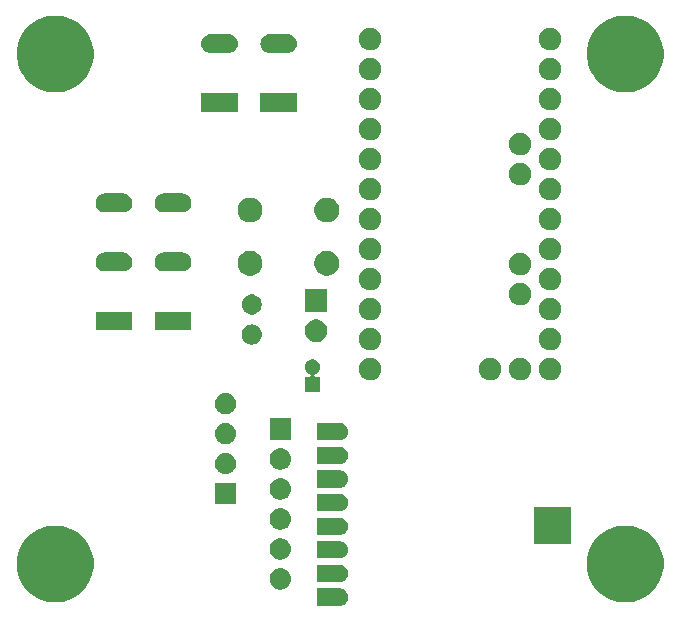
<source format=gbr>
G04 #@! TF.GenerationSoftware,KiCad,Pcbnew,(5.0.2)-1*
G04 #@! TF.CreationDate,2020-02-25T13:04:59+01:00*
G04 #@! TF.ProjectId,HB-UNI-Sen-Lev-Vo,48422d55-4e49-42d5-9365-6e2d4c65762d,V1.0.3*
G04 #@! TF.SameCoordinates,Original*
G04 #@! TF.FileFunction,Soldermask,Top*
G04 #@! TF.FilePolarity,Negative*
%FSLAX46Y46*%
G04 Gerber Fmt 4.6, Leading zero omitted, Abs format (unit mm)*
G04 Created by KiCad (PCBNEW (5.0.2)-1) date 25.02.2020 13:04:59*
%MOMM*%
%LPD*%
G01*
G04 APERTURE LIST*
%ADD10C,0.100000*%
G04 APERTURE END LIST*
D10*
G36*
X152571767Y-101161899D02*
X152703891Y-101216627D01*
X152822799Y-101296079D01*
X152923921Y-101397201D01*
X153003373Y-101516109D01*
X153058101Y-101648233D01*
X153086000Y-101788494D01*
X153086000Y-101931506D01*
X153058101Y-102071767D01*
X153003373Y-102203891D01*
X152923921Y-102322799D01*
X152822799Y-102423921D01*
X152703891Y-102503373D01*
X152571767Y-102558101D01*
X152431506Y-102586000D01*
X150409000Y-102586000D01*
X150409000Y-101134000D01*
X152431506Y-101134000D01*
X152571767Y-101161899D01*
X152571767Y-101161899D01*
G37*
G36*
X177164239Y-95871467D02*
X177478282Y-95933934D01*
X178069926Y-96179001D01*
X178359523Y-96372504D01*
X178602395Y-96534786D01*
X179055214Y-96987605D01*
X179055216Y-96987608D01*
X179410999Y-97520074D01*
X179656066Y-98111718D01*
X179660989Y-98136467D01*
X179781000Y-98739803D01*
X179781000Y-99380197D01*
X179753965Y-99516109D01*
X179656066Y-100008282D01*
X179410999Y-100599926D01*
X179163599Y-100970185D01*
X179055214Y-101132395D01*
X178602395Y-101585214D01*
X178602392Y-101585216D01*
X178069926Y-101940999D01*
X177478282Y-102186066D01*
X177164239Y-102248533D01*
X176850197Y-102311000D01*
X176209803Y-102311000D01*
X175895761Y-102248533D01*
X175581718Y-102186066D01*
X174990074Y-101940999D01*
X174457608Y-101585216D01*
X174457605Y-101585214D01*
X174004786Y-101132395D01*
X173896401Y-100970185D01*
X173649001Y-100599926D01*
X173403934Y-100008282D01*
X173306035Y-99516109D01*
X173279000Y-99380197D01*
X173279000Y-98739803D01*
X173399011Y-98136467D01*
X173403934Y-98111718D01*
X173649001Y-97520074D01*
X174004784Y-96987608D01*
X174004786Y-96987605D01*
X174457605Y-96534786D01*
X174700477Y-96372504D01*
X174990074Y-96179001D01*
X175581718Y-95933934D01*
X175895761Y-95871467D01*
X176209803Y-95809000D01*
X176850197Y-95809000D01*
X177164239Y-95871467D01*
X177164239Y-95871467D01*
G37*
G36*
X128904239Y-95871467D02*
X129218282Y-95933934D01*
X129809926Y-96179001D01*
X130099523Y-96372504D01*
X130342395Y-96534786D01*
X130795214Y-96987605D01*
X130795216Y-96987608D01*
X131150999Y-97520074D01*
X131396066Y-98111718D01*
X131400989Y-98136467D01*
X131521000Y-98739803D01*
X131521000Y-99380197D01*
X131493965Y-99516109D01*
X131396066Y-100008282D01*
X131150999Y-100599926D01*
X130903599Y-100970185D01*
X130795214Y-101132395D01*
X130342395Y-101585214D01*
X130342392Y-101585216D01*
X129809926Y-101940999D01*
X129218282Y-102186066D01*
X128904239Y-102248533D01*
X128590197Y-102311000D01*
X127949803Y-102311000D01*
X127635761Y-102248533D01*
X127321718Y-102186066D01*
X126730074Y-101940999D01*
X126197608Y-101585216D01*
X126197605Y-101585214D01*
X125744786Y-101132395D01*
X125636401Y-100970185D01*
X125389001Y-100599926D01*
X125143934Y-100008282D01*
X125046035Y-99516109D01*
X125019000Y-99380197D01*
X125019000Y-98739803D01*
X125139011Y-98136467D01*
X125143934Y-98111718D01*
X125389001Y-97520074D01*
X125744784Y-96987608D01*
X125744786Y-96987605D01*
X126197605Y-96534786D01*
X126440477Y-96372504D01*
X126730074Y-96179001D01*
X127321718Y-95933934D01*
X127635761Y-95871467D01*
X127949803Y-95809000D01*
X128590197Y-95809000D01*
X128904239Y-95871467D01*
X128904239Y-95871467D01*
G37*
G36*
X147430443Y-99435519D02*
X147496627Y-99442037D01*
X147609853Y-99476384D01*
X147666467Y-99493557D01*
X147805087Y-99567652D01*
X147822991Y-99577222D01*
X147858729Y-99606552D01*
X147960186Y-99689814D01*
X148041169Y-99788494D01*
X148072778Y-99827009D01*
X148072779Y-99827011D01*
X148156443Y-99983533D01*
X148156443Y-99983534D01*
X148207963Y-100153373D01*
X148225359Y-100330000D01*
X148207963Y-100506627D01*
X148179661Y-100599925D01*
X148156443Y-100676467D01*
X148137110Y-100712636D01*
X148072778Y-100832991D01*
X148043448Y-100868729D01*
X147960186Y-100970186D01*
X147869569Y-101044552D01*
X147822991Y-101082778D01*
X147822989Y-101082779D01*
X147666467Y-101166443D01*
X147646486Y-101172504D01*
X147496627Y-101217963D01*
X147430443Y-101224481D01*
X147364260Y-101231000D01*
X147275740Y-101231000D01*
X147209558Y-101224482D01*
X147143373Y-101217963D01*
X146993514Y-101172504D01*
X146973533Y-101166443D01*
X146817011Y-101082779D01*
X146817009Y-101082778D01*
X146770431Y-101044552D01*
X146679814Y-100970186D01*
X146596552Y-100868729D01*
X146567222Y-100832991D01*
X146502890Y-100712636D01*
X146483557Y-100676467D01*
X146460339Y-100599925D01*
X146432037Y-100506627D01*
X146414641Y-100330000D01*
X146432037Y-100153373D01*
X146483557Y-99983534D01*
X146483557Y-99983533D01*
X146567221Y-99827011D01*
X146567222Y-99827009D01*
X146598831Y-99788494D01*
X146679814Y-99689814D01*
X146781271Y-99606552D01*
X146817009Y-99577222D01*
X146834913Y-99567652D01*
X146973533Y-99493557D01*
X147030147Y-99476384D01*
X147143373Y-99442037D01*
X147209558Y-99435518D01*
X147275740Y-99429000D01*
X147364260Y-99429000D01*
X147430443Y-99435519D01*
X147430443Y-99435519D01*
G37*
G36*
X152571767Y-99161899D02*
X152703891Y-99216627D01*
X152822799Y-99296079D01*
X152923921Y-99397201D01*
X153003373Y-99516109D01*
X153058101Y-99648233D01*
X153086000Y-99788494D01*
X153086000Y-99931506D01*
X153058101Y-100071767D01*
X153003373Y-100203891D01*
X152923921Y-100322799D01*
X152822799Y-100423921D01*
X152703891Y-100503373D01*
X152571767Y-100558101D01*
X152431506Y-100586000D01*
X150409000Y-100586000D01*
X150409000Y-99134000D01*
X152431506Y-99134000D01*
X152571767Y-99161899D01*
X152571767Y-99161899D01*
G37*
G36*
X147430442Y-96895518D02*
X147496627Y-96902037D01*
X147586422Y-96929276D01*
X147666467Y-96953557D01*
X147772650Y-97010314D01*
X147822991Y-97037222D01*
X147850345Y-97059671D01*
X147960186Y-97149814D01*
X148015017Y-97216627D01*
X148072778Y-97287009D01*
X148072779Y-97287011D01*
X148156443Y-97443533D01*
X148156443Y-97443534D01*
X148207963Y-97613373D01*
X148225359Y-97790000D01*
X148207963Y-97966627D01*
X148176069Y-98071766D01*
X148156443Y-98136467D01*
X148082348Y-98275087D01*
X148072778Y-98292991D01*
X148048316Y-98322798D01*
X147960186Y-98430186D01*
X147871006Y-98503373D01*
X147822991Y-98542778D01*
X147822989Y-98542779D01*
X147666467Y-98626443D01*
X147609853Y-98643616D01*
X147496627Y-98677963D01*
X147430442Y-98684482D01*
X147364260Y-98691000D01*
X147275740Y-98691000D01*
X147209558Y-98684482D01*
X147143373Y-98677963D01*
X147030147Y-98643616D01*
X146973533Y-98626443D01*
X146817011Y-98542779D01*
X146817009Y-98542778D01*
X146768994Y-98503373D01*
X146679814Y-98430186D01*
X146591684Y-98322798D01*
X146567222Y-98292991D01*
X146557652Y-98275087D01*
X146483557Y-98136467D01*
X146463931Y-98071766D01*
X146432037Y-97966627D01*
X146414641Y-97790000D01*
X146432037Y-97613373D01*
X146483557Y-97443534D01*
X146483557Y-97443533D01*
X146567221Y-97287011D01*
X146567222Y-97287009D01*
X146624983Y-97216627D01*
X146679814Y-97149814D01*
X146789655Y-97059671D01*
X146817009Y-97037222D01*
X146867350Y-97010314D01*
X146973533Y-96953557D01*
X147053578Y-96929276D01*
X147143373Y-96902037D01*
X147209558Y-96895518D01*
X147275740Y-96889000D01*
X147364260Y-96889000D01*
X147430442Y-96895518D01*
X147430442Y-96895518D01*
G37*
G36*
X152571767Y-97161899D02*
X152703891Y-97216627D01*
X152822799Y-97296079D01*
X152923921Y-97397201D01*
X153003373Y-97516109D01*
X153058101Y-97648233D01*
X153086000Y-97788494D01*
X153086000Y-97931506D01*
X153058101Y-98071767D01*
X153003373Y-98203891D01*
X152923921Y-98322799D01*
X152822799Y-98423921D01*
X152703891Y-98503373D01*
X152571767Y-98558101D01*
X152431506Y-98586000D01*
X150409000Y-98586000D01*
X150409000Y-97134000D01*
X152431506Y-97134000D01*
X152571767Y-97161899D01*
X152571767Y-97161899D01*
G37*
G36*
X171934000Y-97372500D02*
X168832000Y-97372500D01*
X168832000Y-94270500D01*
X171934000Y-94270500D01*
X171934000Y-97372500D01*
X171934000Y-97372500D01*
G37*
G36*
X152571767Y-95161899D02*
X152703891Y-95216627D01*
X152822799Y-95296079D01*
X152923921Y-95397201D01*
X153003373Y-95516109D01*
X153058101Y-95648233D01*
X153086000Y-95788494D01*
X153086000Y-95931506D01*
X153058101Y-96071767D01*
X153003373Y-96203891D01*
X152923921Y-96322799D01*
X152822799Y-96423921D01*
X152703891Y-96503373D01*
X152571767Y-96558101D01*
X152431506Y-96586000D01*
X150409000Y-96586000D01*
X150409000Y-95134000D01*
X152431506Y-95134000D01*
X152571767Y-95161899D01*
X152571767Y-95161899D01*
G37*
G36*
X147430442Y-94355518D02*
X147496627Y-94362037D01*
X147609853Y-94396384D01*
X147666467Y-94413557D01*
X147685856Y-94423921D01*
X147822991Y-94497222D01*
X147858729Y-94526552D01*
X147960186Y-94609814D01*
X148043448Y-94711271D01*
X148072778Y-94747009D01*
X148072779Y-94747011D01*
X148156443Y-94903533D01*
X148156443Y-94903534D01*
X148207963Y-95073373D01*
X148225359Y-95250000D01*
X148207963Y-95426627D01*
X148180819Y-95516109D01*
X148156443Y-95596467D01*
X148082348Y-95735087D01*
X148072778Y-95752991D01*
X148043641Y-95788494D01*
X147960186Y-95890186D01*
X147858729Y-95973448D01*
X147822991Y-96002778D01*
X147822989Y-96002779D01*
X147666467Y-96086443D01*
X147609853Y-96103616D01*
X147496627Y-96137963D01*
X147430443Y-96144481D01*
X147364260Y-96151000D01*
X147275740Y-96151000D01*
X147209558Y-96144482D01*
X147143373Y-96137963D01*
X147030147Y-96103616D01*
X146973533Y-96086443D01*
X146817011Y-96002779D01*
X146817009Y-96002778D01*
X146781271Y-95973448D01*
X146679814Y-95890186D01*
X146596359Y-95788494D01*
X146567222Y-95752991D01*
X146557652Y-95735087D01*
X146483557Y-95596467D01*
X146459181Y-95516109D01*
X146432037Y-95426627D01*
X146414641Y-95250000D01*
X146432037Y-95073373D01*
X146483557Y-94903534D01*
X146483557Y-94903533D01*
X146567221Y-94747011D01*
X146567222Y-94747009D01*
X146596552Y-94711271D01*
X146679814Y-94609814D01*
X146781271Y-94526552D01*
X146817009Y-94497222D01*
X146954144Y-94423921D01*
X146973533Y-94413557D01*
X147030147Y-94396384D01*
X147143373Y-94362037D01*
X147209557Y-94355519D01*
X147275740Y-94349000D01*
X147364260Y-94349000D01*
X147430442Y-94355518D01*
X147430442Y-94355518D01*
G37*
G36*
X152571767Y-93161899D02*
X152703891Y-93216627D01*
X152822799Y-93296079D01*
X152923921Y-93397201D01*
X153003373Y-93516109D01*
X153058101Y-93648233D01*
X153086000Y-93788494D01*
X153086000Y-93931506D01*
X153058101Y-94071767D01*
X153003373Y-94203891D01*
X152923921Y-94322799D01*
X152822799Y-94423921D01*
X152703891Y-94503373D01*
X152571767Y-94558101D01*
X152431506Y-94586000D01*
X150409000Y-94586000D01*
X150409000Y-93134000D01*
X152431506Y-93134000D01*
X152571767Y-93161899D01*
X152571767Y-93161899D01*
G37*
G36*
X143585000Y-93992000D02*
X141783000Y-93992000D01*
X141783000Y-92190000D01*
X143585000Y-92190000D01*
X143585000Y-93992000D01*
X143585000Y-93992000D01*
G37*
G36*
X147430442Y-91815518D02*
X147496627Y-91822037D01*
X147609853Y-91856384D01*
X147666467Y-91873557D01*
X147774878Y-91931505D01*
X147822991Y-91957222D01*
X147858729Y-91986552D01*
X147960186Y-92069814D01*
X148043448Y-92171271D01*
X148072778Y-92207009D01*
X148072779Y-92207011D01*
X148156443Y-92363533D01*
X148156443Y-92363534D01*
X148207963Y-92533373D01*
X148225359Y-92710000D01*
X148207963Y-92886627D01*
X148173616Y-92999853D01*
X148156443Y-93056467D01*
X148100087Y-93161900D01*
X148072778Y-93212991D01*
X148043448Y-93248729D01*
X147960186Y-93350186D01*
X147858729Y-93433448D01*
X147822991Y-93462778D01*
X147822989Y-93462779D01*
X147666467Y-93546443D01*
X147609853Y-93563616D01*
X147496627Y-93597963D01*
X147430442Y-93604482D01*
X147364260Y-93611000D01*
X147275740Y-93611000D01*
X147209557Y-93604481D01*
X147143373Y-93597963D01*
X147030147Y-93563616D01*
X146973533Y-93546443D01*
X146817011Y-93462779D01*
X146817009Y-93462778D01*
X146781271Y-93433448D01*
X146679814Y-93350186D01*
X146596552Y-93248729D01*
X146567222Y-93212991D01*
X146539913Y-93161900D01*
X146483557Y-93056467D01*
X146466384Y-92999853D01*
X146432037Y-92886627D01*
X146414641Y-92710000D01*
X146432037Y-92533373D01*
X146483557Y-92363534D01*
X146483557Y-92363533D01*
X146567221Y-92207011D01*
X146567222Y-92207009D01*
X146596552Y-92171271D01*
X146679814Y-92069814D01*
X146781271Y-91986552D01*
X146817009Y-91957222D01*
X146865122Y-91931505D01*
X146973533Y-91873557D01*
X147030147Y-91856384D01*
X147143373Y-91822037D01*
X147209558Y-91815518D01*
X147275740Y-91809000D01*
X147364260Y-91809000D01*
X147430442Y-91815518D01*
X147430442Y-91815518D01*
G37*
G36*
X152571767Y-91161899D02*
X152703891Y-91216627D01*
X152822799Y-91296079D01*
X152923921Y-91397201D01*
X153003373Y-91516109D01*
X153058101Y-91648233D01*
X153086000Y-91788494D01*
X153086000Y-91931506D01*
X153058101Y-92071767D01*
X153003373Y-92203891D01*
X152923921Y-92322799D01*
X152822799Y-92423921D01*
X152703891Y-92503373D01*
X152571767Y-92558101D01*
X152431506Y-92586000D01*
X150409000Y-92586000D01*
X150409000Y-91134000D01*
X152431506Y-91134000D01*
X152571767Y-91161899D01*
X152571767Y-91161899D01*
G37*
G36*
X142794443Y-89656519D02*
X142860627Y-89663037D01*
X142973853Y-89697384D01*
X143030467Y-89714557D01*
X143168791Y-89788494D01*
X143186991Y-89798222D01*
X143222729Y-89827552D01*
X143324186Y-89910814D01*
X143391939Y-89993373D01*
X143436778Y-90048009D01*
X143436779Y-90048011D01*
X143520443Y-90204533D01*
X143520443Y-90204534D01*
X143571963Y-90374373D01*
X143589359Y-90551000D01*
X143571963Y-90727627D01*
X143546919Y-90810185D01*
X143520443Y-90897467D01*
X143506913Y-90922779D01*
X143436778Y-91053991D01*
X143433518Y-91057963D01*
X143324186Y-91191186D01*
X143222729Y-91274448D01*
X143186991Y-91303778D01*
X143186989Y-91303779D01*
X143030467Y-91387443D01*
X142998295Y-91397202D01*
X142860627Y-91438963D01*
X142794443Y-91445481D01*
X142728260Y-91452000D01*
X142639740Y-91452000D01*
X142573557Y-91445481D01*
X142507373Y-91438963D01*
X142369705Y-91397202D01*
X142337533Y-91387443D01*
X142181011Y-91303779D01*
X142181009Y-91303778D01*
X142145271Y-91274448D01*
X142043814Y-91191186D01*
X141934482Y-91057963D01*
X141931222Y-91053991D01*
X141861087Y-90922779D01*
X141847557Y-90897467D01*
X141821081Y-90810185D01*
X141796037Y-90727627D01*
X141778641Y-90551000D01*
X141796037Y-90374373D01*
X141847557Y-90204534D01*
X141847557Y-90204533D01*
X141931221Y-90048011D01*
X141931222Y-90048009D01*
X141976061Y-89993373D01*
X142043814Y-89910814D01*
X142145271Y-89827552D01*
X142181009Y-89798222D01*
X142199209Y-89788494D01*
X142337533Y-89714557D01*
X142394147Y-89697384D01*
X142507373Y-89663037D01*
X142573557Y-89656519D01*
X142639740Y-89650000D01*
X142728260Y-89650000D01*
X142794443Y-89656519D01*
X142794443Y-89656519D01*
G37*
G36*
X147430443Y-89275519D02*
X147496627Y-89282037D01*
X147609853Y-89316384D01*
X147666467Y-89333557D01*
X147785535Y-89397201D01*
X147822991Y-89417222D01*
X147858729Y-89446552D01*
X147960186Y-89529814D01*
X148043448Y-89631271D01*
X148072778Y-89667009D01*
X148072779Y-89667011D01*
X148156443Y-89823533D01*
X148156443Y-89823534D01*
X148207963Y-89993373D01*
X148225359Y-90170000D01*
X148207963Y-90346627D01*
X148184516Y-90423921D01*
X148156443Y-90516467D01*
X148119276Y-90586000D01*
X148072778Y-90672991D01*
X148043448Y-90708729D01*
X147960186Y-90810186D01*
X147858729Y-90893448D01*
X147822991Y-90922778D01*
X147822989Y-90922779D01*
X147666467Y-91006443D01*
X147609853Y-91023616D01*
X147496627Y-91057963D01*
X147430442Y-91064482D01*
X147364260Y-91071000D01*
X147275740Y-91071000D01*
X147209558Y-91064482D01*
X147143373Y-91057963D01*
X147030147Y-91023616D01*
X146973533Y-91006443D01*
X146817011Y-90922779D01*
X146817009Y-90922778D01*
X146781271Y-90893448D01*
X146679814Y-90810186D01*
X146596552Y-90708729D01*
X146567222Y-90672991D01*
X146520724Y-90586000D01*
X146483557Y-90516467D01*
X146455484Y-90423921D01*
X146432037Y-90346627D01*
X146414641Y-90170000D01*
X146432037Y-89993373D01*
X146483557Y-89823534D01*
X146483557Y-89823533D01*
X146567221Y-89667011D01*
X146567222Y-89667009D01*
X146596552Y-89631271D01*
X146679814Y-89529814D01*
X146781271Y-89446552D01*
X146817009Y-89417222D01*
X146854465Y-89397201D01*
X146973533Y-89333557D01*
X147030147Y-89316384D01*
X147143373Y-89282037D01*
X147209557Y-89275519D01*
X147275740Y-89269000D01*
X147364260Y-89269000D01*
X147430443Y-89275519D01*
X147430443Y-89275519D01*
G37*
G36*
X152571767Y-89161899D02*
X152703891Y-89216627D01*
X152822799Y-89296079D01*
X152923921Y-89397201D01*
X153003373Y-89516109D01*
X153058101Y-89648233D01*
X153086000Y-89788494D01*
X153086000Y-89931506D01*
X153058101Y-90071767D01*
X153003373Y-90203891D01*
X152923921Y-90322799D01*
X152822799Y-90423921D01*
X152703891Y-90503373D01*
X152571767Y-90558101D01*
X152431506Y-90586000D01*
X150409000Y-90586000D01*
X150409000Y-89134000D01*
X152431506Y-89134000D01*
X152571767Y-89161899D01*
X152571767Y-89161899D01*
G37*
G36*
X142794443Y-87116519D02*
X142860627Y-87123037D01*
X142973853Y-87157384D01*
X143030467Y-87174557D01*
X143109173Y-87216627D01*
X143186991Y-87258222D01*
X143222729Y-87287552D01*
X143324186Y-87370814D01*
X143407448Y-87472271D01*
X143436778Y-87508009D01*
X143436779Y-87508011D01*
X143520443Y-87664533D01*
X143520443Y-87664534D01*
X143571963Y-87834373D01*
X143589359Y-88011000D01*
X143571963Y-88187627D01*
X143567029Y-88203891D01*
X143520443Y-88357467D01*
X143484922Y-88423921D01*
X143436778Y-88513991D01*
X143422819Y-88531000D01*
X143324186Y-88651186D01*
X143222729Y-88734448D01*
X143186991Y-88763778D01*
X143186989Y-88763779D01*
X143030467Y-88847443D01*
X142973853Y-88864616D01*
X142860627Y-88898963D01*
X142794442Y-88905482D01*
X142728260Y-88912000D01*
X142639740Y-88912000D01*
X142573558Y-88905482D01*
X142507373Y-88898963D01*
X142394147Y-88864616D01*
X142337533Y-88847443D01*
X142181011Y-88763779D01*
X142181009Y-88763778D01*
X142145271Y-88734448D01*
X142043814Y-88651186D01*
X141945181Y-88531000D01*
X141931222Y-88513991D01*
X141883078Y-88423921D01*
X141847557Y-88357467D01*
X141800971Y-88203891D01*
X141796037Y-88187627D01*
X141778641Y-88011000D01*
X141796037Y-87834373D01*
X141847557Y-87664534D01*
X141847557Y-87664533D01*
X141931221Y-87508011D01*
X141931222Y-87508009D01*
X141960552Y-87472271D01*
X142043814Y-87370814D01*
X142145271Y-87287552D01*
X142181009Y-87258222D01*
X142258827Y-87216627D01*
X142337533Y-87174557D01*
X142394147Y-87157384D01*
X142507373Y-87123037D01*
X142573557Y-87116519D01*
X142639740Y-87110000D01*
X142728260Y-87110000D01*
X142794443Y-87116519D01*
X142794443Y-87116519D01*
G37*
G36*
X152571767Y-87161899D02*
X152703891Y-87216627D01*
X152822799Y-87296079D01*
X152923921Y-87397201D01*
X153003373Y-87516109D01*
X153058101Y-87648233D01*
X153086000Y-87788494D01*
X153086000Y-87931506D01*
X153058101Y-88071767D01*
X153003373Y-88203891D01*
X152923921Y-88322799D01*
X152822799Y-88423921D01*
X152703891Y-88503373D01*
X152571767Y-88558101D01*
X152431506Y-88586000D01*
X150409000Y-88586000D01*
X150409000Y-87134000D01*
X152431506Y-87134000D01*
X152571767Y-87161899D01*
X152571767Y-87161899D01*
G37*
G36*
X148221000Y-88531000D02*
X146419000Y-88531000D01*
X146419000Y-86729000D01*
X148221000Y-86729000D01*
X148221000Y-88531000D01*
X148221000Y-88531000D01*
G37*
G36*
X142794443Y-84576519D02*
X142860627Y-84583037D01*
X142973853Y-84617384D01*
X143030467Y-84634557D01*
X143169087Y-84708652D01*
X143186991Y-84718222D01*
X143222729Y-84747552D01*
X143324186Y-84830814D01*
X143407448Y-84932271D01*
X143436778Y-84968009D01*
X143436779Y-84968011D01*
X143520443Y-85124533D01*
X143520443Y-85124534D01*
X143571963Y-85294373D01*
X143589359Y-85471000D01*
X143571963Y-85647627D01*
X143537616Y-85760853D01*
X143520443Y-85817467D01*
X143446348Y-85956087D01*
X143436778Y-85973991D01*
X143407448Y-86009729D01*
X143324186Y-86111186D01*
X143222729Y-86194448D01*
X143186991Y-86223778D01*
X143186989Y-86223779D01*
X143030467Y-86307443D01*
X142973853Y-86324616D01*
X142860627Y-86358963D01*
X142794443Y-86365481D01*
X142728260Y-86372000D01*
X142639740Y-86372000D01*
X142573557Y-86365481D01*
X142507373Y-86358963D01*
X142394147Y-86324616D01*
X142337533Y-86307443D01*
X142181011Y-86223779D01*
X142181009Y-86223778D01*
X142145271Y-86194448D01*
X142043814Y-86111186D01*
X141960552Y-86009729D01*
X141931222Y-85973991D01*
X141921652Y-85956087D01*
X141847557Y-85817467D01*
X141830384Y-85760853D01*
X141796037Y-85647627D01*
X141778641Y-85471000D01*
X141796037Y-85294373D01*
X141847557Y-85124534D01*
X141847557Y-85124533D01*
X141931221Y-84968011D01*
X141931222Y-84968009D01*
X141960552Y-84932271D01*
X142043814Y-84830814D01*
X142145271Y-84747552D01*
X142181009Y-84718222D01*
X142198913Y-84708652D01*
X142337533Y-84634557D01*
X142394147Y-84617384D01*
X142507373Y-84583037D01*
X142573557Y-84576519D01*
X142639740Y-84570000D01*
X142728260Y-84570000D01*
X142794443Y-84576519D01*
X142794443Y-84576519D01*
G37*
G36*
X150239890Y-81757517D02*
X150358361Y-81806589D01*
X150464992Y-81877838D01*
X150555662Y-81968508D01*
X150626911Y-82075139D01*
X150675983Y-82193610D01*
X150701000Y-82319381D01*
X150701000Y-82447619D01*
X150675983Y-82573390D01*
X150626911Y-82691861D01*
X150555662Y-82798492D01*
X150464992Y-82889162D01*
X150358361Y-82960411D01*
X150282061Y-82992015D01*
X150260450Y-83003566D01*
X150241508Y-83019111D01*
X150225963Y-83038053D01*
X150214411Y-83059664D01*
X150207298Y-83083113D01*
X150204896Y-83107499D01*
X150207298Y-83131886D01*
X150214411Y-83155335D01*
X150225962Y-83176946D01*
X150241507Y-83195888D01*
X150260449Y-83211433D01*
X150282060Y-83222985D01*
X150305509Y-83230098D01*
X150329896Y-83232500D01*
X150701000Y-83232500D01*
X150701000Y-84534500D01*
X149399000Y-84534500D01*
X149399000Y-83232500D01*
X149770104Y-83232500D01*
X149794490Y-83230098D01*
X149817939Y-83222985D01*
X149839550Y-83211434D01*
X149858492Y-83195888D01*
X149874038Y-83176946D01*
X149885589Y-83155335D01*
X149892702Y-83131886D01*
X149895104Y-83107500D01*
X149892702Y-83083114D01*
X149885589Y-83059665D01*
X149874038Y-83038054D01*
X149858492Y-83019112D01*
X149839550Y-83003566D01*
X149817939Y-82992015D01*
X149741639Y-82960411D01*
X149635008Y-82889162D01*
X149544338Y-82798492D01*
X149473089Y-82691861D01*
X149424017Y-82573390D01*
X149399000Y-82447619D01*
X149399000Y-82319381D01*
X149424017Y-82193610D01*
X149473089Y-82075139D01*
X149544338Y-81968508D01*
X149635008Y-81877838D01*
X149741639Y-81806589D01*
X149860110Y-81757517D01*
X149985881Y-81732500D01*
X150114119Y-81732500D01*
X150239890Y-81757517D01*
X150239890Y-81757517D01*
G37*
G36*
X165377396Y-81635546D02*
X165550466Y-81707234D01*
X165706230Y-81811312D01*
X165838688Y-81943770D01*
X165942766Y-82099534D01*
X166014454Y-82272604D01*
X166051000Y-82456333D01*
X166051000Y-82643667D01*
X166014454Y-82827396D01*
X165942766Y-83000466D01*
X165838688Y-83156230D01*
X165706230Y-83288688D01*
X165550466Y-83392766D01*
X165377396Y-83464454D01*
X165193667Y-83501000D01*
X165006333Y-83501000D01*
X164822604Y-83464454D01*
X164649534Y-83392766D01*
X164493770Y-83288688D01*
X164361312Y-83156230D01*
X164257234Y-83000466D01*
X164185546Y-82827396D01*
X164149000Y-82643667D01*
X164149000Y-82456333D01*
X164185546Y-82272604D01*
X164257234Y-82099534D01*
X164361312Y-81943770D01*
X164493770Y-81811312D01*
X164649534Y-81707234D01*
X164822604Y-81635546D01*
X165006333Y-81599000D01*
X165193667Y-81599000D01*
X165377396Y-81635546D01*
X165377396Y-81635546D01*
G37*
G36*
X167917396Y-81635546D02*
X168090466Y-81707234D01*
X168246230Y-81811312D01*
X168378688Y-81943770D01*
X168482766Y-82099534D01*
X168554454Y-82272604D01*
X168591000Y-82456333D01*
X168591000Y-82643667D01*
X168554454Y-82827396D01*
X168482766Y-83000466D01*
X168378688Y-83156230D01*
X168246230Y-83288688D01*
X168090466Y-83392766D01*
X167917396Y-83464454D01*
X167733667Y-83501000D01*
X167546333Y-83501000D01*
X167362604Y-83464454D01*
X167189534Y-83392766D01*
X167033770Y-83288688D01*
X166901312Y-83156230D01*
X166797234Y-83000466D01*
X166725546Y-82827396D01*
X166689000Y-82643667D01*
X166689000Y-82456333D01*
X166725546Y-82272604D01*
X166797234Y-82099534D01*
X166901312Y-81943770D01*
X167033770Y-81811312D01*
X167189534Y-81707234D01*
X167362604Y-81635546D01*
X167546333Y-81599000D01*
X167733667Y-81599000D01*
X167917396Y-81635546D01*
X167917396Y-81635546D01*
G37*
G36*
X170457396Y-81635546D02*
X170630466Y-81707234D01*
X170786230Y-81811312D01*
X170918688Y-81943770D01*
X171022766Y-82099534D01*
X171094454Y-82272604D01*
X171131000Y-82456333D01*
X171131000Y-82643667D01*
X171094454Y-82827396D01*
X171022766Y-83000466D01*
X170918688Y-83156230D01*
X170786230Y-83288688D01*
X170630466Y-83392766D01*
X170457396Y-83464454D01*
X170273667Y-83501000D01*
X170086333Y-83501000D01*
X169902604Y-83464454D01*
X169729534Y-83392766D01*
X169573770Y-83288688D01*
X169441312Y-83156230D01*
X169337234Y-83000466D01*
X169265546Y-82827396D01*
X169229000Y-82643667D01*
X169229000Y-82456333D01*
X169265546Y-82272604D01*
X169337234Y-82099534D01*
X169441312Y-81943770D01*
X169573770Y-81811312D01*
X169729534Y-81707234D01*
X169902604Y-81635546D01*
X170086333Y-81599000D01*
X170273667Y-81599000D01*
X170457396Y-81635546D01*
X170457396Y-81635546D01*
G37*
G36*
X155217396Y-81635546D02*
X155390466Y-81707234D01*
X155546230Y-81811312D01*
X155678688Y-81943770D01*
X155782766Y-82099534D01*
X155854454Y-82272604D01*
X155891000Y-82456333D01*
X155891000Y-82643667D01*
X155854454Y-82827396D01*
X155782766Y-83000466D01*
X155678688Y-83156230D01*
X155546230Y-83288688D01*
X155390466Y-83392766D01*
X155217396Y-83464454D01*
X155033667Y-83501000D01*
X154846333Y-83501000D01*
X154662604Y-83464454D01*
X154489534Y-83392766D01*
X154333770Y-83288688D01*
X154201312Y-83156230D01*
X154097234Y-83000466D01*
X154025546Y-82827396D01*
X153989000Y-82643667D01*
X153989000Y-82456333D01*
X154025546Y-82272604D01*
X154097234Y-82099534D01*
X154201312Y-81943770D01*
X154333770Y-81811312D01*
X154489534Y-81707234D01*
X154662604Y-81635546D01*
X154846333Y-81599000D01*
X155033667Y-81599000D01*
X155217396Y-81635546D01*
X155217396Y-81635546D01*
G37*
G36*
X155217396Y-79095546D02*
X155390466Y-79167234D01*
X155546230Y-79271312D01*
X155678688Y-79403770D01*
X155782766Y-79559534D01*
X155854454Y-79732604D01*
X155891000Y-79916333D01*
X155891000Y-80103667D01*
X155854454Y-80287396D01*
X155782766Y-80460466D01*
X155678688Y-80616230D01*
X155546230Y-80748688D01*
X155390466Y-80852766D01*
X155217396Y-80924454D01*
X155033667Y-80961000D01*
X154846333Y-80961000D01*
X154662604Y-80924454D01*
X154489534Y-80852766D01*
X154333770Y-80748688D01*
X154201312Y-80616230D01*
X154097234Y-80460466D01*
X154025546Y-80287396D01*
X153989000Y-80103667D01*
X153989000Y-79916333D01*
X154025546Y-79732604D01*
X154097234Y-79559534D01*
X154201312Y-79403770D01*
X154333770Y-79271312D01*
X154489534Y-79167234D01*
X154662604Y-79095546D01*
X154846333Y-79059000D01*
X155033667Y-79059000D01*
X155217396Y-79095546D01*
X155217396Y-79095546D01*
G37*
G36*
X170457396Y-79095546D02*
X170630466Y-79167234D01*
X170786230Y-79271312D01*
X170918688Y-79403770D01*
X171022766Y-79559534D01*
X171094454Y-79732604D01*
X171131000Y-79916333D01*
X171131000Y-80103667D01*
X171094454Y-80287396D01*
X171022766Y-80460466D01*
X170918688Y-80616230D01*
X170786230Y-80748688D01*
X170630466Y-80852766D01*
X170457396Y-80924454D01*
X170273667Y-80961000D01*
X170086333Y-80961000D01*
X169902604Y-80924454D01*
X169729534Y-80852766D01*
X169573770Y-80748688D01*
X169441312Y-80616230D01*
X169337234Y-80460466D01*
X169265546Y-80287396D01*
X169229000Y-80103667D01*
X169229000Y-79916333D01*
X169265546Y-79732604D01*
X169337234Y-79559534D01*
X169441312Y-79403770D01*
X169573770Y-79271312D01*
X169729534Y-79167234D01*
X169902604Y-79095546D01*
X170086333Y-79059000D01*
X170273667Y-79059000D01*
X170457396Y-79095546D01*
X170457396Y-79095546D01*
G37*
G36*
X145073821Y-78790313D02*
X145073824Y-78790314D01*
X145073825Y-78790314D01*
X145234239Y-78838975D01*
X145234241Y-78838976D01*
X145234244Y-78838977D01*
X145382078Y-78917995D01*
X145511659Y-79024341D01*
X145618005Y-79153922D01*
X145697023Y-79301756D01*
X145745687Y-79462179D01*
X145762117Y-79629000D01*
X145745687Y-79795821D01*
X145745686Y-79795824D01*
X145745686Y-79795825D01*
X145708707Y-79917730D01*
X145697023Y-79956244D01*
X145618005Y-80104078D01*
X145511659Y-80233659D01*
X145382078Y-80340005D01*
X145234244Y-80419023D01*
X145234241Y-80419024D01*
X145234239Y-80419025D01*
X145073825Y-80467686D01*
X145073824Y-80467686D01*
X145073821Y-80467687D01*
X144948804Y-80480000D01*
X144865196Y-80480000D01*
X144740179Y-80467687D01*
X144740176Y-80467686D01*
X144740175Y-80467686D01*
X144579761Y-80419025D01*
X144579759Y-80419024D01*
X144579756Y-80419023D01*
X144431922Y-80340005D01*
X144302341Y-80233659D01*
X144195995Y-80104078D01*
X144116977Y-79956244D01*
X144105294Y-79917730D01*
X144068314Y-79795825D01*
X144068314Y-79795824D01*
X144068313Y-79795821D01*
X144051883Y-79629000D01*
X144068313Y-79462179D01*
X144116977Y-79301756D01*
X144195995Y-79153922D01*
X144302341Y-79024341D01*
X144431922Y-78917995D01*
X144579756Y-78838977D01*
X144579759Y-78838976D01*
X144579761Y-78838975D01*
X144740175Y-78790314D01*
X144740176Y-78790314D01*
X144740179Y-78790313D01*
X144865196Y-78778000D01*
X144948804Y-78778000D01*
X145073821Y-78790313D01*
X145073821Y-78790313D01*
G37*
G36*
X150645396Y-78397046D02*
X150818466Y-78468734D01*
X150974230Y-78572812D01*
X151106688Y-78705270D01*
X151210766Y-78861034D01*
X151282454Y-79034104D01*
X151319000Y-79217833D01*
X151319000Y-79405167D01*
X151282454Y-79588896D01*
X151210766Y-79761966D01*
X151106688Y-79917730D01*
X150974230Y-80050188D01*
X150818466Y-80154266D01*
X150645396Y-80225954D01*
X150461667Y-80262500D01*
X150274333Y-80262500D01*
X150090604Y-80225954D01*
X149917534Y-80154266D01*
X149761770Y-80050188D01*
X149629312Y-79917730D01*
X149525234Y-79761966D01*
X149453546Y-79588896D01*
X149417000Y-79405167D01*
X149417000Y-79217833D01*
X149453546Y-79034104D01*
X149525234Y-78861034D01*
X149629312Y-78705270D01*
X149761770Y-78572812D01*
X149917534Y-78468734D01*
X150090604Y-78397046D01*
X150274333Y-78360500D01*
X150461667Y-78360500D01*
X150645396Y-78397046D01*
X150645396Y-78397046D01*
G37*
G36*
X134791000Y-79287000D02*
X131689000Y-79287000D01*
X131689000Y-77685000D01*
X134791000Y-77685000D01*
X134791000Y-79287000D01*
X134791000Y-79287000D01*
G37*
G36*
X139791000Y-79287000D02*
X136689000Y-79287000D01*
X136689000Y-77685000D01*
X139791000Y-77685000D01*
X139791000Y-79287000D01*
X139791000Y-79287000D01*
G37*
G36*
X155217396Y-76555546D02*
X155390466Y-76627234D01*
X155546230Y-76731312D01*
X155678688Y-76863770D01*
X155782766Y-77019534D01*
X155854454Y-77192604D01*
X155891000Y-77376333D01*
X155891000Y-77563667D01*
X155854454Y-77747396D01*
X155782766Y-77920466D01*
X155678688Y-78076230D01*
X155546230Y-78208688D01*
X155390466Y-78312766D01*
X155217396Y-78384454D01*
X155033667Y-78421000D01*
X154846333Y-78421000D01*
X154662604Y-78384454D01*
X154489534Y-78312766D01*
X154333770Y-78208688D01*
X154201312Y-78076230D01*
X154097234Y-77920466D01*
X154025546Y-77747396D01*
X153989000Y-77563667D01*
X153989000Y-77376333D01*
X154025546Y-77192604D01*
X154097234Y-77019534D01*
X154201312Y-76863770D01*
X154333770Y-76731312D01*
X154489534Y-76627234D01*
X154662604Y-76555546D01*
X154846333Y-76519000D01*
X155033667Y-76519000D01*
X155217396Y-76555546D01*
X155217396Y-76555546D01*
G37*
G36*
X170457396Y-76555546D02*
X170630466Y-76627234D01*
X170786230Y-76731312D01*
X170918688Y-76863770D01*
X171022766Y-77019534D01*
X171094454Y-77192604D01*
X171131000Y-77376333D01*
X171131000Y-77563667D01*
X171094454Y-77747396D01*
X171022766Y-77920466D01*
X170918688Y-78076230D01*
X170786230Y-78208688D01*
X170630466Y-78312766D01*
X170457396Y-78384454D01*
X170273667Y-78421000D01*
X170086333Y-78421000D01*
X169902604Y-78384454D01*
X169729534Y-78312766D01*
X169573770Y-78208688D01*
X169441312Y-78076230D01*
X169337234Y-77920466D01*
X169265546Y-77747396D01*
X169229000Y-77563667D01*
X169229000Y-77376333D01*
X169265546Y-77192604D01*
X169337234Y-77019534D01*
X169441312Y-76863770D01*
X169573770Y-76731312D01*
X169729534Y-76627234D01*
X169902604Y-76555546D01*
X170086333Y-76519000D01*
X170273667Y-76519000D01*
X170457396Y-76555546D01*
X170457396Y-76555546D01*
G37*
G36*
X145155228Y-76270703D02*
X145310100Y-76334853D01*
X145449481Y-76427985D01*
X145568015Y-76546519D01*
X145661147Y-76685900D01*
X145725297Y-76840772D01*
X145758000Y-77005184D01*
X145758000Y-77172816D01*
X145725297Y-77337228D01*
X145661147Y-77492100D01*
X145568015Y-77631481D01*
X145449481Y-77750015D01*
X145310100Y-77843147D01*
X145155228Y-77907297D01*
X144990816Y-77940000D01*
X144823184Y-77940000D01*
X144658772Y-77907297D01*
X144503900Y-77843147D01*
X144364519Y-77750015D01*
X144245985Y-77631481D01*
X144152853Y-77492100D01*
X144088703Y-77337228D01*
X144056000Y-77172816D01*
X144056000Y-77005184D01*
X144088703Y-76840772D01*
X144152853Y-76685900D01*
X144245985Y-76546519D01*
X144364519Y-76427985D01*
X144503900Y-76334853D01*
X144658772Y-76270703D01*
X144823184Y-76238000D01*
X144990816Y-76238000D01*
X145155228Y-76270703D01*
X145155228Y-76270703D01*
G37*
G36*
X151319000Y-77722500D02*
X149417000Y-77722500D01*
X149417000Y-75820500D01*
X151319000Y-75820500D01*
X151319000Y-77722500D01*
X151319000Y-77722500D01*
G37*
G36*
X167917396Y-75285546D02*
X168090466Y-75357234D01*
X168246230Y-75461312D01*
X168378688Y-75593770D01*
X168482766Y-75749534D01*
X168554454Y-75922604D01*
X168591000Y-76106333D01*
X168591000Y-76293667D01*
X168554454Y-76477396D01*
X168482766Y-76650466D01*
X168378688Y-76806230D01*
X168246230Y-76938688D01*
X168090466Y-77042766D01*
X167917396Y-77114454D01*
X167733667Y-77151000D01*
X167546333Y-77151000D01*
X167362604Y-77114454D01*
X167189534Y-77042766D01*
X167033770Y-76938688D01*
X166901312Y-76806230D01*
X166797234Y-76650466D01*
X166725546Y-76477396D01*
X166689000Y-76293667D01*
X166689000Y-76106333D01*
X166725546Y-75922604D01*
X166797234Y-75749534D01*
X166901312Y-75593770D01*
X167033770Y-75461312D01*
X167189534Y-75357234D01*
X167362604Y-75285546D01*
X167546333Y-75249000D01*
X167733667Y-75249000D01*
X167917396Y-75285546D01*
X167917396Y-75285546D01*
G37*
G36*
X155217396Y-74015546D02*
X155390466Y-74087234D01*
X155546230Y-74191312D01*
X155678688Y-74323770D01*
X155782766Y-74479534D01*
X155854454Y-74652604D01*
X155891000Y-74836333D01*
X155891000Y-75023667D01*
X155854454Y-75207396D01*
X155782766Y-75380466D01*
X155678688Y-75536230D01*
X155546230Y-75668688D01*
X155390466Y-75772766D01*
X155217396Y-75844454D01*
X155033667Y-75881000D01*
X154846333Y-75881000D01*
X154662604Y-75844454D01*
X154489534Y-75772766D01*
X154333770Y-75668688D01*
X154201312Y-75536230D01*
X154097234Y-75380466D01*
X154025546Y-75207396D01*
X153989000Y-75023667D01*
X153989000Y-74836333D01*
X154025546Y-74652604D01*
X154097234Y-74479534D01*
X154201312Y-74323770D01*
X154333770Y-74191312D01*
X154489534Y-74087234D01*
X154662604Y-74015546D01*
X154846333Y-73979000D01*
X155033667Y-73979000D01*
X155217396Y-74015546D01*
X155217396Y-74015546D01*
G37*
G36*
X170457396Y-74015546D02*
X170630466Y-74087234D01*
X170786230Y-74191312D01*
X170918688Y-74323770D01*
X171022766Y-74479534D01*
X171094454Y-74652604D01*
X171131000Y-74836333D01*
X171131000Y-75023667D01*
X171094454Y-75207396D01*
X171022766Y-75380466D01*
X170918688Y-75536230D01*
X170786230Y-75668688D01*
X170630466Y-75772766D01*
X170457396Y-75844454D01*
X170273667Y-75881000D01*
X170086333Y-75881000D01*
X169902604Y-75844454D01*
X169729534Y-75772766D01*
X169573770Y-75668688D01*
X169441312Y-75536230D01*
X169337234Y-75380466D01*
X169265546Y-75207396D01*
X169229000Y-75023667D01*
X169229000Y-74836333D01*
X169265546Y-74652604D01*
X169337234Y-74479534D01*
X169441312Y-74323770D01*
X169573770Y-74191312D01*
X169729534Y-74087234D01*
X169902604Y-74015546D01*
X170086333Y-73979000D01*
X170273667Y-73979000D01*
X170457396Y-74015546D01*
X170457396Y-74015546D01*
G37*
G36*
X145063565Y-72585889D02*
X145254834Y-72665115D01*
X145426976Y-72780137D01*
X145573363Y-72926524D01*
X145688385Y-73098666D01*
X145767611Y-73289935D01*
X145808000Y-73492984D01*
X145808000Y-73700016D01*
X145767611Y-73903065D01*
X145688385Y-74094334D01*
X145573363Y-74266476D01*
X145426976Y-74412863D01*
X145254834Y-74527885D01*
X145063565Y-74607111D01*
X144860516Y-74647500D01*
X144653484Y-74647500D01*
X144450435Y-74607111D01*
X144259166Y-74527885D01*
X144087024Y-74412863D01*
X143940637Y-74266476D01*
X143825615Y-74094334D01*
X143746389Y-73903065D01*
X143706000Y-73700016D01*
X143706000Y-73492984D01*
X143746389Y-73289935D01*
X143825615Y-73098666D01*
X143940637Y-72926524D01*
X144087024Y-72780137D01*
X144259166Y-72665115D01*
X144450435Y-72585889D01*
X144653484Y-72545500D01*
X144860516Y-72545500D01*
X145063565Y-72585889D01*
X145063565Y-72585889D01*
G37*
G36*
X151563565Y-72585889D02*
X151754834Y-72665115D01*
X151926976Y-72780137D01*
X152073363Y-72926524D01*
X152188385Y-73098666D01*
X152267611Y-73289935D01*
X152308000Y-73492984D01*
X152308000Y-73700016D01*
X152267611Y-73903065D01*
X152188385Y-74094334D01*
X152073363Y-74266476D01*
X151926976Y-74412863D01*
X151754834Y-74527885D01*
X151563565Y-74607111D01*
X151360516Y-74647500D01*
X151153484Y-74647500D01*
X150950435Y-74607111D01*
X150759166Y-74527885D01*
X150587024Y-74412863D01*
X150440637Y-74266476D01*
X150325615Y-74094334D01*
X150246389Y-73903065D01*
X150206000Y-73700016D01*
X150206000Y-73492984D01*
X150246389Y-73289935D01*
X150325615Y-73098666D01*
X150440637Y-72926524D01*
X150587024Y-72780137D01*
X150759166Y-72665115D01*
X150950435Y-72585889D01*
X151153484Y-72545500D01*
X151360516Y-72545500D01*
X151563565Y-72585889D01*
X151563565Y-72585889D01*
G37*
G36*
X167917396Y-72745546D02*
X168090466Y-72817234D01*
X168246230Y-72921312D01*
X168378688Y-73053770D01*
X168482766Y-73209534D01*
X168554454Y-73382604D01*
X168591000Y-73566333D01*
X168591000Y-73753667D01*
X168554454Y-73937396D01*
X168482766Y-74110466D01*
X168378688Y-74266230D01*
X168246230Y-74398688D01*
X168090466Y-74502766D01*
X167917396Y-74574454D01*
X167733667Y-74611000D01*
X167546333Y-74611000D01*
X167362604Y-74574454D01*
X167189534Y-74502766D01*
X167033770Y-74398688D01*
X166901312Y-74266230D01*
X166797234Y-74110466D01*
X166725546Y-73937396D01*
X166689000Y-73753667D01*
X166689000Y-73566333D01*
X166725546Y-73382604D01*
X166797234Y-73209534D01*
X166901312Y-73053770D01*
X167033770Y-72921312D01*
X167189534Y-72817234D01*
X167362604Y-72745546D01*
X167546333Y-72709000D01*
X167733667Y-72709000D01*
X167917396Y-72745546D01*
X167917396Y-72745546D01*
G37*
G36*
X139147025Y-72696590D02*
X139298012Y-72742392D01*
X139437165Y-72816770D01*
X139559133Y-72916867D01*
X139659230Y-73038835D01*
X139733608Y-73177988D01*
X139779410Y-73328975D01*
X139794875Y-73486000D01*
X139779410Y-73643025D01*
X139733608Y-73794012D01*
X139659230Y-73933165D01*
X139559133Y-74055133D01*
X139437165Y-74155230D01*
X139298012Y-74229608D01*
X139147025Y-74275410D01*
X139029346Y-74287000D01*
X137450654Y-74287000D01*
X137332975Y-74275410D01*
X137181988Y-74229608D01*
X137042835Y-74155230D01*
X136920867Y-74055133D01*
X136820770Y-73933165D01*
X136746392Y-73794012D01*
X136700590Y-73643025D01*
X136685125Y-73486000D01*
X136700590Y-73328975D01*
X136746392Y-73177988D01*
X136820770Y-73038835D01*
X136920867Y-72916867D01*
X137042835Y-72816770D01*
X137181988Y-72742392D01*
X137332975Y-72696590D01*
X137450654Y-72685000D01*
X139029346Y-72685000D01*
X139147025Y-72696590D01*
X139147025Y-72696590D01*
G37*
G36*
X134147025Y-72696590D02*
X134298012Y-72742392D01*
X134437165Y-72816770D01*
X134559133Y-72916867D01*
X134659230Y-73038835D01*
X134733608Y-73177988D01*
X134779410Y-73328975D01*
X134794875Y-73486000D01*
X134779410Y-73643025D01*
X134733608Y-73794012D01*
X134659230Y-73933165D01*
X134559133Y-74055133D01*
X134437165Y-74155230D01*
X134298012Y-74229608D01*
X134147025Y-74275410D01*
X134029346Y-74287000D01*
X132450654Y-74287000D01*
X132332975Y-74275410D01*
X132181988Y-74229608D01*
X132042835Y-74155230D01*
X131920867Y-74055133D01*
X131820770Y-73933165D01*
X131746392Y-73794012D01*
X131700590Y-73643025D01*
X131685125Y-73486000D01*
X131700590Y-73328975D01*
X131746392Y-73177988D01*
X131820770Y-73038835D01*
X131920867Y-72916867D01*
X132042835Y-72816770D01*
X132181988Y-72742392D01*
X132332975Y-72696590D01*
X132450654Y-72685000D01*
X134029346Y-72685000D01*
X134147025Y-72696590D01*
X134147025Y-72696590D01*
G37*
G36*
X170457396Y-71475546D02*
X170630466Y-71547234D01*
X170786230Y-71651312D01*
X170918688Y-71783770D01*
X171022766Y-71939534D01*
X171094454Y-72112604D01*
X171131000Y-72296333D01*
X171131000Y-72483667D01*
X171094454Y-72667396D01*
X171022766Y-72840466D01*
X170918688Y-72996230D01*
X170786230Y-73128688D01*
X170630466Y-73232766D01*
X170457396Y-73304454D01*
X170273667Y-73341000D01*
X170086333Y-73341000D01*
X169902604Y-73304454D01*
X169729534Y-73232766D01*
X169573770Y-73128688D01*
X169441312Y-72996230D01*
X169337234Y-72840466D01*
X169265546Y-72667396D01*
X169229000Y-72483667D01*
X169229000Y-72296333D01*
X169265546Y-72112604D01*
X169337234Y-71939534D01*
X169441312Y-71783770D01*
X169573770Y-71651312D01*
X169729534Y-71547234D01*
X169902604Y-71475546D01*
X170086333Y-71439000D01*
X170273667Y-71439000D01*
X170457396Y-71475546D01*
X170457396Y-71475546D01*
G37*
G36*
X155217396Y-71475546D02*
X155390466Y-71547234D01*
X155546230Y-71651312D01*
X155678688Y-71783770D01*
X155782766Y-71939534D01*
X155854454Y-72112604D01*
X155891000Y-72296333D01*
X155891000Y-72483667D01*
X155854454Y-72667396D01*
X155782766Y-72840466D01*
X155678688Y-72996230D01*
X155546230Y-73128688D01*
X155390466Y-73232766D01*
X155217396Y-73304454D01*
X155033667Y-73341000D01*
X154846333Y-73341000D01*
X154662604Y-73304454D01*
X154489534Y-73232766D01*
X154333770Y-73128688D01*
X154201312Y-72996230D01*
X154097234Y-72840466D01*
X154025546Y-72667396D01*
X153989000Y-72483667D01*
X153989000Y-72296333D01*
X154025546Y-72112604D01*
X154097234Y-71939534D01*
X154201312Y-71783770D01*
X154333770Y-71651312D01*
X154489534Y-71547234D01*
X154662604Y-71475546D01*
X154846333Y-71439000D01*
X155033667Y-71439000D01*
X155217396Y-71475546D01*
X155217396Y-71475546D01*
G37*
G36*
X155217396Y-68935546D02*
X155390466Y-69007234D01*
X155546230Y-69111312D01*
X155678688Y-69243770D01*
X155782766Y-69399534D01*
X155854454Y-69572604D01*
X155891000Y-69756333D01*
X155891000Y-69943667D01*
X155854454Y-70127396D01*
X155782766Y-70300466D01*
X155678688Y-70456230D01*
X155546230Y-70588688D01*
X155390466Y-70692766D01*
X155217396Y-70764454D01*
X155033667Y-70801000D01*
X154846333Y-70801000D01*
X154662604Y-70764454D01*
X154489534Y-70692766D01*
X154333770Y-70588688D01*
X154201312Y-70456230D01*
X154097234Y-70300466D01*
X154025546Y-70127396D01*
X153989000Y-69943667D01*
X153989000Y-69756333D01*
X154025546Y-69572604D01*
X154097234Y-69399534D01*
X154201312Y-69243770D01*
X154333770Y-69111312D01*
X154489534Y-69007234D01*
X154662604Y-68935546D01*
X154846333Y-68899000D01*
X155033667Y-68899000D01*
X155217396Y-68935546D01*
X155217396Y-68935546D01*
G37*
G36*
X170457396Y-68935546D02*
X170630466Y-69007234D01*
X170786230Y-69111312D01*
X170918688Y-69243770D01*
X171022766Y-69399534D01*
X171094454Y-69572604D01*
X171131000Y-69756333D01*
X171131000Y-69943667D01*
X171094454Y-70127396D01*
X171022766Y-70300466D01*
X170918688Y-70456230D01*
X170786230Y-70588688D01*
X170630466Y-70692766D01*
X170457396Y-70764454D01*
X170273667Y-70801000D01*
X170086333Y-70801000D01*
X169902604Y-70764454D01*
X169729534Y-70692766D01*
X169573770Y-70588688D01*
X169441312Y-70456230D01*
X169337234Y-70300466D01*
X169265546Y-70127396D01*
X169229000Y-69943667D01*
X169229000Y-69756333D01*
X169265546Y-69572604D01*
X169337234Y-69399534D01*
X169441312Y-69243770D01*
X169573770Y-69111312D01*
X169729534Y-69007234D01*
X169902604Y-68935546D01*
X170086333Y-68899000D01*
X170273667Y-68899000D01*
X170457396Y-68935546D01*
X170457396Y-68935546D01*
G37*
G36*
X151563565Y-68085889D02*
X151754834Y-68165115D01*
X151926976Y-68280137D01*
X152073363Y-68426524D01*
X152188385Y-68598666D01*
X152267611Y-68789935D01*
X152308000Y-68992984D01*
X152308000Y-69200016D01*
X152267611Y-69403065D01*
X152188385Y-69594334D01*
X152073363Y-69766476D01*
X151926976Y-69912863D01*
X151754834Y-70027885D01*
X151563565Y-70107111D01*
X151360516Y-70147500D01*
X151153484Y-70147500D01*
X150950435Y-70107111D01*
X150759166Y-70027885D01*
X150587024Y-69912863D01*
X150440637Y-69766476D01*
X150325615Y-69594334D01*
X150246389Y-69403065D01*
X150206000Y-69200016D01*
X150206000Y-68992984D01*
X150246389Y-68789935D01*
X150325615Y-68598666D01*
X150440637Y-68426524D01*
X150587024Y-68280137D01*
X150759166Y-68165115D01*
X150950435Y-68085889D01*
X151153484Y-68045500D01*
X151360516Y-68045500D01*
X151563565Y-68085889D01*
X151563565Y-68085889D01*
G37*
G36*
X145063565Y-68085889D02*
X145254834Y-68165115D01*
X145426976Y-68280137D01*
X145573363Y-68426524D01*
X145688385Y-68598666D01*
X145767611Y-68789935D01*
X145808000Y-68992984D01*
X145808000Y-69200016D01*
X145767611Y-69403065D01*
X145688385Y-69594334D01*
X145573363Y-69766476D01*
X145426976Y-69912863D01*
X145254834Y-70027885D01*
X145063565Y-70107111D01*
X144860516Y-70147500D01*
X144653484Y-70147500D01*
X144450435Y-70107111D01*
X144259166Y-70027885D01*
X144087024Y-69912863D01*
X143940637Y-69766476D01*
X143825615Y-69594334D01*
X143746389Y-69403065D01*
X143706000Y-69200016D01*
X143706000Y-68992984D01*
X143746389Y-68789935D01*
X143825615Y-68598666D01*
X143940637Y-68426524D01*
X144087024Y-68280137D01*
X144259166Y-68165115D01*
X144450435Y-68085889D01*
X144653484Y-68045500D01*
X144860516Y-68045500D01*
X145063565Y-68085889D01*
X145063565Y-68085889D01*
G37*
G36*
X134147025Y-67696590D02*
X134298012Y-67742392D01*
X134437165Y-67816770D01*
X134559133Y-67916867D01*
X134659230Y-68038835D01*
X134733608Y-68177988D01*
X134779410Y-68328975D01*
X134794875Y-68486000D01*
X134779410Y-68643025D01*
X134733608Y-68794012D01*
X134659230Y-68933165D01*
X134559133Y-69055133D01*
X134437165Y-69155230D01*
X134298012Y-69229608D01*
X134147025Y-69275410D01*
X134029346Y-69287000D01*
X132450654Y-69287000D01*
X132332975Y-69275410D01*
X132181988Y-69229608D01*
X132042835Y-69155230D01*
X131920867Y-69055133D01*
X131820770Y-68933165D01*
X131746392Y-68794012D01*
X131700590Y-68643025D01*
X131685125Y-68486000D01*
X131700590Y-68328975D01*
X131746392Y-68177988D01*
X131820770Y-68038835D01*
X131920867Y-67916867D01*
X132042835Y-67816770D01*
X132181988Y-67742392D01*
X132332975Y-67696590D01*
X132450654Y-67685000D01*
X134029346Y-67685000D01*
X134147025Y-67696590D01*
X134147025Y-67696590D01*
G37*
G36*
X139147025Y-67696590D02*
X139298012Y-67742392D01*
X139437165Y-67816770D01*
X139559133Y-67916867D01*
X139659230Y-68038835D01*
X139733608Y-68177988D01*
X139779410Y-68328975D01*
X139794875Y-68486000D01*
X139779410Y-68643025D01*
X139733608Y-68794012D01*
X139659230Y-68933165D01*
X139559133Y-69055133D01*
X139437165Y-69155230D01*
X139298012Y-69229608D01*
X139147025Y-69275410D01*
X139029346Y-69287000D01*
X137450654Y-69287000D01*
X137332975Y-69275410D01*
X137181988Y-69229608D01*
X137042835Y-69155230D01*
X136920867Y-69055133D01*
X136820770Y-68933165D01*
X136746392Y-68794012D01*
X136700590Y-68643025D01*
X136685125Y-68486000D01*
X136700590Y-68328975D01*
X136746392Y-68177988D01*
X136820770Y-68038835D01*
X136920867Y-67916867D01*
X137042835Y-67816770D01*
X137181988Y-67742392D01*
X137332975Y-67696590D01*
X137450654Y-67685000D01*
X139029346Y-67685000D01*
X139147025Y-67696590D01*
X139147025Y-67696590D01*
G37*
G36*
X170457396Y-66395546D02*
X170630466Y-66467234D01*
X170786230Y-66571312D01*
X170918688Y-66703770D01*
X171022766Y-66859534D01*
X171094454Y-67032604D01*
X171131000Y-67216333D01*
X171131000Y-67403667D01*
X171094454Y-67587396D01*
X171022766Y-67760466D01*
X170918688Y-67916230D01*
X170786230Y-68048688D01*
X170630466Y-68152766D01*
X170457396Y-68224454D01*
X170273667Y-68261000D01*
X170086333Y-68261000D01*
X169902604Y-68224454D01*
X169729534Y-68152766D01*
X169573770Y-68048688D01*
X169441312Y-67916230D01*
X169337234Y-67760466D01*
X169265546Y-67587396D01*
X169229000Y-67403667D01*
X169229000Y-67216333D01*
X169265546Y-67032604D01*
X169337234Y-66859534D01*
X169441312Y-66703770D01*
X169573770Y-66571312D01*
X169729534Y-66467234D01*
X169902604Y-66395546D01*
X170086333Y-66359000D01*
X170273667Y-66359000D01*
X170457396Y-66395546D01*
X170457396Y-66395546D01*
G37*
G36*
X155217396Y-66395546D02*
X155390466Y-66467234D01*
X155546230Y-66571312D01*
X155678688Y-66703770D01*
X155782766Y-66859534D01*
X155854454Y-67032604D01*
X155891000Y-67216333D01*
X155891000Y-67403667D01*
X155854454Y-67587396D01*
X155782766Y-67760466D01*
X155678688Y-67916230D01*
X155546230Y-68048688D01*
X155390466Y-68152766D01*
X155217396Y-68224454D01*
X155033667Y-68261000D01*
X154846333Y-68261000D01*
X154662604Y-68224454D01*
X154489534Y-68152766D01*
X154333770Y-68048688D01*
X154201312Y-67916230D01*
X154097234Y-67760466D01*
X154025546Y-67587396D01*
X153989000Y-67403667D01*
X153989000Y-67216333D01*
X154025546Y-67032604D01*
X154097234Y-66859534D01*
X154201312Y-66703770D01*
X154333770Y-66571312D01*
X154489534Y-66467234D01*
X154662604Y-66395546D01*
X154846333Y-66359000D01*
X155033667Y-66359000D01*
X155217396Y-66395546D01*
X155217396Y-66395546D01*
G37*
G36*
X167917396Y-65125546D02*
X168090466Y-65197234D01*
X168246230Y-65301312D01*
X168378688Y-65433770D01*
X168482766Y-65589534D01*
X168554454Y-65762604D01*
X168591000Y-65946333D01*
X168591000Y-66133667D01*
X168554454Y-66317396D01*
X168482766Y-66490466D01*
X168378688Y-66646230D01*
X168246230Y-66778688D01*
X168090466Y-66882766D01*
X167917396Y-66954454D01*
X167733667Y-66991000D01*
X167546333Y-66991000D01*
X167362604Y-66954454D01*
X167189534Y-66882766D01*
X167033770Y-66778688D01*
X166901312Y-66646230D01*
X166797234Y-66490466D01*
X166725546Y-66317396D01*
X166689000Y-66133667D01*
X166689000Y-65946333D01*
X166725546Y-65762604D01*
X166797234Y-65589534D01*
X166901312Y-65433770D01*
X167033770Y-65301312D01*
X167189534Y-65197234D01*
X167362604Y-65125546D01*
X167546333Y-65089000D01*
X167733667Y-65089000D01*
X167917396Y-65125546D01*
X167917396Y-65125546D01*
G37*
G36*
X155217396Y-63855546D02*
X155390466Y-63927234D01*
X155546230Y-64031312D01*
X155678688Y-64163770D01*
X155782766Y-64319534D01*
X155854454Y-64492604D01*
X155891000Y-64676333D01*
X155891000Y-64863667D01*
X155854454Y-65047396D01*
X155782766Y-65220466D01*
X155678688Y-65376230D01*
X155546230Y-65508688D01*
X155390466Y-65612766D01*
X155217396Y-65684454D01*
X155033667Y-65721000D01*
X154846333Y-65721000D01*
X154662604Y-65684454D01*
X154489534Y-65612766D01*
X154333770Y-65508688D01*
X154201312Y-65376230D01*
X154097234Y-65220466D01*
X154025546Y-65047396D01*
X153989000Y-64863667D01*
X153989000Y-64676333D01*
X154025546Y-64492604D01*
X154097234Y-64319534D01*
X154201312Y-64163770D01*
X154333770Y-64031312D01*
X154489534Y-63927234D01*
X154662604Y-63855546D01*
X154846333Y-63819000D01*
X155033667Y-63819000D01*
X155217396Y-63855546D01*
X155217396Y-63855546D01*
G37*
G36*
X170457396Y-63855546D02*
X170630466Y-63927234D01*
X170786230Y-64031312D01*
X170918688Y-64163770D01*
X171022766Y-64319534D01*
X171094454Y-64492604D01*
X171131000Y-64676333D01*
X171131000Y-64863667D01*
X171094454Y-65047396D01*
X171022766Y-65220466D01*
X170918688Y-65376230D01*
X170786230Y-65508688D01*
X170630466Y-65612766D01*
X170457396Y-65684454D01*
X170273667Y-65721000D01*
X170086333Y-65721000D01*
X169902604Y-65684454D01*
X169729534Y-65612766D01*
X169573770Y-65508688D01*
X169441312Y-65376230D01*
X169337234Y-65220466D01*
X169265546Y-65047396D01*
X169229000Y-64863667D01*
X169229000Y-64676333D01*
X169265546Y-64492604D01*
X169337234Y-64319534D01*
X169441312Y-64163770D01*
X169573770Y-64031312D01*
X169729534Y-63927234D01*
X169902604Y-63855546D01*
X170086333Y-63819000D01*
X170273667Y-63819000D01*
X170457396Y-63855546D01*
X170457396Y-63855546D01*
G37*
G36*
X167917396Y-62585546D02*
X168090466Y-62657234D01*
X168246230Y-62761312D01*
X168378688Y-62893770D01*
X168482766Y-63049534D01*
X168554454Y-63222604D01*
X168591000Y-63406333D01*
X168591000Y-63593667D01*
X168554454Y-63777396D01*
X168482766Y-63950466D01*
X168378688Y-64106230D01*
X168246230Y-64238688D01*
X168090466Y-64342766D01*
X167917396Y-64414454D01*
X167733667Y-64451000D01*
X167546333Y-64451000D01*
X167362604Y-64414454D01*
X167189534Y-64342766D01*
X167033770Y-64238688D01*
X166901312Y-64106230D01*
X166797234Y-63950466D01*
X166725546Y-63777396D01*
X166689000Y-63593667D01*
X166689000Y-63406333D01*
X166725546Y-63222604D01*
X166797234Y-63049534D01*
X166901312Y-62893770D01*
X167033770Y-62761312D01*
X167189534Y-62657234D01*
X167362604Y-62585546D01*
X167546333Y-62549000D01*
X167733667Y-62549000D01*
X167917396Y-62585546D01*
X167917396Y-62585546D01*
G37*
G36*
X155217396Y-61315546D02*
X155390466Y-61387234D01*
X155546230Y-61491312D01*
X155678688Y-61623770D01*
X155782766Y-61779534D01*
X155854454Y-61952604D01*
X155891000Y-62136333D01*
X155891000Y-62323667D01*
X155854454Y-62507396D01*
X155782766Y-62680466D01*
X155678688Y-62836230D01*
X155546230Y-62968688D01*
X155390466Y-63072766D01*
X155217396Y-63144454D01*
X155033667Y-63181000D01*
X154846333Y-63181000D01*
X154662604Y-63144454D01*
X154489534Y-63072766D01*
X154333770Y-62968688D01*
X154201312Y-62836230D01*
X154097234Y-62680466D01*
X154025546Y-62507396D01*
X153989000Y-62323667D01*
X153989000Y-62136333D01*
X154025546Y-61952604D01*
X154097234Y-61779534D01*
X154201312Y-61623770D01*
X154333770Y-61491312D01*
X154489534Y-61387234D01*
X154662604Y-61315546D01*
X154846333Y-61279000D01*
X155033667Y-61279000D01*
X155217396Y-61315546D01*
X155217396Y-61315546D01*
G37*
G36*
X170457396Y-61315546D02*
X170630466Y-61387234D01*
X170786230Y-61491312D01*
X170918688Y-61623770D01*
X171022766Y-61779534D01*
X171094454Y-61952604D01*
X171131000Y-62136333D01*
X171131000Y-62323667D01*
X171094454Y-62507396D01*
X171022766Y-62680466D01*
X170918688Y-62836230D01*
X170786230Y-62968688D01*
X170630466Y-63072766D01*
X170457396Y-63144454D01*
X170273667Y-63181000D01*
X170086333Y-63181000D01*
X169902604Y-63144454D01*
X169729534Y-63072766D01*
X169573770Y-62968688D01*
X169441312Y-62836230D01*
X169337234Y-62680466D01*
X169265546Y-62507396D01*
X169229000Y-62323667D01*
X169229000Y-62136333D01*
X169265546Y-61952604D01*
X169337234Y-61779534D01*
X169441312Y-61623770D01*
X169573770Y-61491312D01*
X169729534Y-61387234D01*
X169902604Y-61315546D01*
X170086333Y-61279000D01*
X170273667Y-61279000D01*
X170457396Y-61315546D01*
X170457396Y-61315546D01*
G37*
G36*
X143744000Y-60808500D02*
X140642000Y-60808500D01*
X140642000Y-59206500D01*
X143744000Y-59206500D01*
X143744000Y-60808500D01*
X143744000Y-60808500D01*
G37*
G36*
X148744000Y-60808500D02*
X145642000Y-60808500D01*
X145642000Y-59206500D01*
X148744000Y-59206500D01*
X148744000Y-60808500D01*
X148744000Y-60808500D01*
G37*
G36*
X155217396Y-58775546D02*
X155390466Y-58847234D01*
X155546230Y-58951312D01*
X155678688Y-59083770D01*
X155782766Y-59239534D01*
X155854454Y-59412604D01*
X155891000Y-59596333D01*
X155891000Y-59783667D01*
X155854454Y-59967396D01*
X155782766Y-60140466D01*
X155678688Y-60296230D01*
X155546230Y-60428688D01*
X155390466Y-60532766D01*
X155217396Y-60604454D01*
X155033667Y-60641000D01*
X154846333Y-60641000D01*
X154662604Y-60604454D01*
X154489534Y-60532766D01*
X154333770Y-60428688D01*
X154201312Y-60296230D01*
X154097234Y-60140466D01*
X154025546Y-59967396D01*
X153989000Y-59783667D01*
X153989000Y-59596333D01*
X154025546Y-59412604D01*
X154097234Y-59239534D01*
X154201312Y-59083770D01*
X154333770Y-58951312D01*
X154489534Y-58847234D01*
X154662604Y-58775546D01*
X154846333Y-58739000D01*
X155033667Y-58739000D01*
X155217396Y-58775546D01*
X155217396Y-58775546D01*
G37*
G36*
X170457396Y-58775546D02*
X170630466Y-58847234D01*
X170786230Y-58951312D01*
X170918688Y-59083770D01*
X171022766Y-59239534D01*
X171094454Y-59412604D01*
X171131000Y-59596333D01*
X171131000Y-59783667D01*
X171094454Y-59967396D01*
X171022766Y-60140466D01*
X170918688Y-60296230D01*
X170786230Y-60428688D01*
X170630466Y-60532766D01*
X170457396Y-60604454D01*
X170273667Y-60641000D01*
X170086333Y-60641000D01*
X169902604Y-60604454D01*
X169729534Y-60532766D01*
X169573770Y-60428688D01*
X169441312Y-60296230D01*
X169337234Y-60140466D01*
X169265546Y-59967396D01*
X169229000Y-59783667D01*
X169229000Y-59596333D01*
X169265546Y-59412604D01*
X169337234Y-59239534D01*
X169441312Y-59083770D01*
X169573770Y-58951312D01*
X169729534Y-58847234D01*
X169902604Y-58775546D01*
X170086333Y-58739000D01*
X170273667Y-58739000D01*
X170457396Y-58775546D01*
X170457396Y-58775546D01*
G37*
G36*
X128904239Y-52691467D02*
X129218282Y-52753934D01*
X129809926Y-52999001D01*
X130099523Y-53192504D01*
X130342395Y-53354786D01*
X130795214Y-53807605D01*
X130795216Y-53807608D01*
X131150999Y-54340074D01*
X131396066Y-54931718D01*
X131421676Y-55060467D01*
X131521000Y-55559803D01*
X131521000Y-56200197D01*
X131458533Y-56514239D01*
X131396066Y-56828282D01*
X131150999Y-57419926D01*
X130926289Y-57756227D01*
X130795214Y-57952395D01*
X130342395Y-58405214D01*
X130342392Y-58405216D01*
X129809926Y-58760999D01*
X129218282Y-59006066D01*
X128904239Y-59068533D01*
X128590197Y-59131000D01*
X127949803Y-59131000D01*
X127635761Y-59068533D01*
X127321718Y-59006066D01*
X126730074Y-58760999D01*
X126197608Y-58405216D01*
X126197605Y-58405214D01*
X125744786Y-57952395D01*
X125613711Y-57756227D01*
X125389001Y-57419926D01*
X125143934Y-56828282D01*
X125081467Y-56514239D01*
X125019000Y-56200197D01*
X125019000Y-55559803D01*
X125118324Y-55060467D01*
X125143934Y-54931718D01*
X125389001Y-54340074D01*
X125744784Y-53807608D01*
X125744786Y-53807605D01*
X126197605Y-53354786D01*
X126440477Y-53192504D01*
X126730074Y-52999001D01*
X127321718Y-52753934D01*
X127635761Y-52691467D01*
X127949803Y-52629000D01*
X128590197Y-52629000D01*
X128904239Y-52691467D01*
X128904239Y-52691467D01*
G37*
G36*
X177164239Y-52691467D02*
X177478282Y-52753934D01*
X178069926Y-52999001D01*
X178359523Y-53192504D01*
X178602395Y-53354786D01*
X179055214Y-53807605D01*
X179055216Y-53807608D01*
X179410999Y-54340074D01*
X179656066Y-54931718D01*
X179681676Y-55060467D01*
X179781000Y-55559803D01*
X179781000Y-56200197D01*
X179718533Y-56514239D01*
X179656066Y-56828282D01*
X179410999Y-57419926D01*
X179186289Y-57756227D01*
X179055214Y-57952395D01*
X178602395Y-58405214D01*
X178602392Y-58405216D01*
X178069926Y-58760999D01*
X177478282Y-59006066D01*
X177164239Y-59068533D01*
X176850197Y-59131000D01*
X176209803Y-59131000D01*
X175895761Y-59068533D01*
X175581718Y-59006066D01*
X174990074Y-58760999D01*
X174457608Y-58405216D01*
X174457605Y-58405214D01*
X174004786Y-57952395D01*
X173873711Y-57756227D01*
X173649001Y-57419926D01*
X173403934Y-56828282D01*
X173341467Y-56514239D01*
X173279000Y-56200197D01*
X173279000Y-55559803D01*
X173378324Y-55060467D01*
X173403934Y-54931718D01*
X173649001Y-54340074D01*
X174004784Y-53807608D01*
X174004786Y-53807605D01*
X174457605Y-53354786D01*
X174700477Y-53192504D01*
X174990074Y-52999001D01*
X175581718Y-52753934D01*
X175895761Y-52691467D01*
X176209803Y-52629000D01*
X176850197Y-52629000D01*
X177164239Y-52691467D01*
X177164239Y-52691467D01*
G37*
G36*
X155217396Y-56235546D02*
X155390466Y-56307234D01*
X155546230Y-56411312D01*
X155678688Y-56543770D01*
X155782766Y-56699534D01*
X155854454Y-56872604D01*
X155891000Y-57056333D01*
X155891000Y-57243667D01*
X155854454Y-57427396D01*
X155782766Y-57600466D01*
X155678688Y-57756230D01*
X155546230Y-57888688D01*
X155390466Y-57992766D01*
X155217396Y-58064454D01*
X155033667Y-58101000D01*
X154846333Y-58101000D01*
X154662604Y-58064454D01*
X154489534Y-57992766D01*
X154333770Y-57888688D01*
X154201312Y-57756230D01*
X154097234Y-57600466D01*
X154025546Y-57427396D01*
X153989000Y-57243667D01*
X153989000Y-57056333D01*
X154025546Y-56872604D01*
X154097234Y-56699534D01*
X154201312Y-56543770D01*
X154333770Y-56411312D01*
X154489534Y-56307234D01*
X154662604Y-56235546D01*
X154846333Y-56199000D01*
X155033667Y-56199000D01*
X155217396Y-56235546D01*
X155217396Y-56235546D01*
G37*
G36*
X170457396Y-56235546D02*
X170630466Y-56307234D01*
X170786230Y-56411312D01*
X170918688Y-56543770D01*
X171022766Y-56699534D01*
X171094454Y-56872604D01*
X171131000Y-57056333D01*
X171131000Y-57243667D01*
X171094454Y-57427396D01*
X171022766Y-57600466D01*
X170918688Y-57756230D01*
X170786230Y-57888688D01*
X170630466Y-57992766D01*
X170457396Y-58064454D01*
X170273667Y-58101000D01*
X170086333Y-58101000D01*
X169902604Y-58064454D01*
X169729534Y-57992766D01*
X169573770Y-57888688D01*
X169441312Y-57756230D01*
X169337234Y-57600466D01*
X169265546Y-57427396D01*
X169229000Y-57243667D01*
X169229000Y-57056333D01*
X169265546Y-56872604D01*
X169337234Y-56699534D01*
X169441312Y-56543770D01*
X169573770Y-56411312D01*
X169729534Y-56307234D01*
X169902604Y-56235546D01*
X170086333Y-56199000D01*
X170273667Y-56199000D01*
X170457396Y-56235546D01*
X170457396Y-56235546D01*
G37*
G36*
X143100025Y-54218090D02*
X143251012Y-54263892D01*
X143390165Y-54338270D01*
X143512133Y-54438367D01*
X143612230Y-54560335D01*
X143686608Y-54699488D01*
X143732410Y-54850475D01*
X143747875Y-55007500D01*
X143732410Y-55164525D01*
X143686608Y-55315512D01*
X143612230Y-55454665D01*
X143512133Y-55576633D01*
X143390165Y-55676730D01*
X143251012Y-55751108D01*
X143100025Y-55796910D01*
X142982346Y-55808500D01*
X141403654Y-55808500D01*
X141285975Y-55796910D01*
X141134988Y-55751108D01*
X140995835Y-55676730D01*
X140873867Y-55576633D01*
X140773770Y-55454665D01*
X140699392Y-55315512D01*
X140653590Y-55164525D01*
X140638125Y-55007500D01*
X140653590Y-54850475D01*
X140699392Y-54699488D01*
X140773770Y-54560335D01*
X140873867Y-54438367D01*
X140995835Y-54338270D01*
X141134988Y-54263892D01*
X141285975Y-54218090D01*
X141403654Y-54206500D01*
X142982346Y-54206500D01*
X143100025Y-54218090D01*
X143100025Y-54218090D01*
G37*
G36*
X148100025Y-54218090D02*
X148251012Y-54263892D01*
X148390165Y-54338270D01*
X148512133Y-54438367D01*
X148612230Y-54560335D01*
X148686608Y-54699488D01*
X148732410Y-54850475D01*
X148747875Y-55007500D01*
X148732410Y-55164525D01*
X148686608Y-55315512D01*
X148612230Y-55454665D01*
X148512133Y-55576633D01*
X148390165Y-55676730D01*
X148251012Y-55751108D01*
X148100025Y-55796910D01*
X147982346Y-55808500D01*
X146403654Y-55808500D01*
X146285975Y-55796910D01*
X146134988Y-55751108D01*
X145995835Y-55676730D01*
X145873867Y-55576633D01*
X145773770Y-55454665D01*
X145699392Y-55315512D01*
X145653590Y-55164525D01*
X145638125Y-55007500D01*
X145653590Y-54850475D01*
X145699392Y-54699488D01*
X145773770Y-54560335D01*
X145873867Y-54438367D01*
X145995835Y-54338270D01*
X146134988Y-54263892D01*
X146285975Y-54218090D01*
X146403654Y-54206500D01*
X147982346Y-54206500D01*
X148100025Y-54218090D01*
X148100025Y-54218090D01*
G37*
G36*
X155217396Y-53695546D02*
X155390466Y-53767234D01*
X155546230Y-53871312D01*
X155678688Y-54003770D01*
X155782766Y-54159534D01*
X155854454Y-54332604D01*
X155891000Y-54516333D01*
X155891000Y-54703667D01*
X155854454Y-54887396D01*
X155782766Y-55060466D01*
X155678688Y-55216230D01*
X155546230Y-55348688D01*
X155390466Y-55452766D01*
X155217396Y-55524454D01*
X155033667Y-55561000D01*
X154846333Y-55561000D01*
X154662604Y-55524454D01*
X154489534Y-55452766D01*
X154333770Y-55348688D01*
X154201312Y-55216230D01*
X154097234Y-55060466D01*
X154025546Y-54887396D01*
X153989000Y-54703667D01*
X153989000Y-54516333D01*
X154025546Y-54332604D01*
X154097234Y-54159534D01*
X154201312Y-54003770D01*
X154333770Y-53871312D01*
X154489534Y-53767234D01*
X154662604Y-53695546D01*
X154846333Y-53659000D01*
X155033667Y-53659000D01*
X155217396Y-53695546D01*
X155217396Y-53695546D01*
G37*
G36*
X170457396Y-53695546D02*
X170630466Y-53767234D01*
X170786230Y-53871312D01*
X170918688Y-54003770D01*
X171022766Y-54159534D01*
X171094454Y-54332604D01*
X171131000Y-54516333D01*
X171131000Y-54703667D01*
X171094454Y-54887396D01*
X171022766Y-55060466D01*
X170918688Y-55216230D01*
X170786230Y-55348688D01*
X170630466Y-55452766D01*
X170457396Y-55524454D01*
X170273667Y-55561000D01*
X170086333Y-55561000D01*
X169902604Y-55524454D01*
X169729534Y-55452766D01*
X169573770Y-55348688D01*
X169441312Y-55216230D01*
X169337234Y-55060466D01*
X169265546Y-54887396D01*
X169229000Y-54703667D01*
X169229000Y-54516333D01*
X169265546Y-54332604D01*
X169337234Y-54159534D01*
X169441312Y-54003770D01*
X169573770Y-53871312D01*
X169729534Y-53767234D01*
X169902604Y-53695546D01*
X170086333Y-53659000D01*
X170273667Y-53659000D01*
X170457396Y-53695546D01*
X170457396Y-53695546D01*
G37*
M02*

</source>
